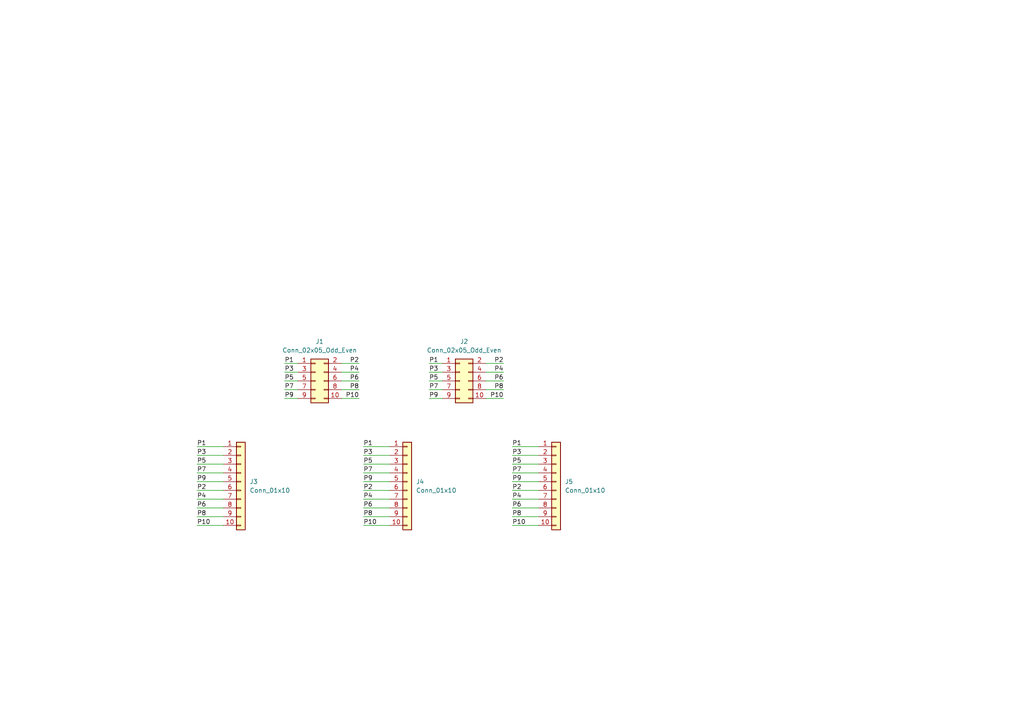
<source format=kicad_sch>
(kicad_sch (version 20231120) (generator "eeschema") (generator_version "8.0")
  (paper "A4")
  (lib_symbols
    (symbol "Connector_Generic:Conn_01x10" (pin_names (offset 1.016) hide)
      (property "Reference" "J" (at 0 12.7 0))
      (property "Value" "Conn_01x10" (at 0 -15.24 0))
      (symbol "Conn_01x10_1_1"
        (rectangle (start -1.27 -12.573) (end 0 -12.827) (stroke (width 0.1524)))
        (rectangle (start -1.27 -10.033) (end 0 -10.287) (stroke (width 0.1524)))
        (rectangle (start -1.27 -7.493) (end 0 -7.747) (stroke (width 0.1524)))
        (rectangle (start -1.27 -4.953) (end 0 -5.207) (stroke (width 0.1524)))
        (rectangle (start -1.27 -2.413) (end 0 -2.667) (stroke (width 0.1524)))
        (rectangle (start -1.27 0.127) (end 0 -0.127) (stroke (width 0.1524)))
        (rectangle (start -1.27 2.667) (end 0 2.413) (stroke (width 0.1524)))
        (rectangle (start -1.27 5.207) (end 0 4.953) (stroke (width 0.1524)))
        (rectangle (start -1.27 7.747) (end 0 7.493) (stroke (width 0.1524)))
        (rectangle (start -1.27 10.287) (end 0 10.033) (stroke (width 0.1524)))
        (rectangle (start -1.27 11.43) (end 1.27 -13.97) (stroke (width 0.254)) (fill (type background)))
        (pin passive line (at -5.08 10.16 0) (length 3.81) (name "Pin_1") (number "1"))
        (pin passive line (at -5.08 -12.7 0) (length 3.81) (name "Pin_10") (number "10"))
        (pin passive line (at -5.08 7.62 0) (length 3.81) (name "Pin_2") (number "2"))
        (pin passive line (at -5.08 5.08 0) (length 3.81) (name "Pin_3") (number "3"))
        (pin passive line (at -5.08 2.54 0) (length 3.81) (name "Pin_4") (number "4"))
        (pin passive line (at -5.08 0 0) (length 3.81) (name "Pin_5") (number "5"))
        (pin passive line (at -5.08 -2.54 0) (length 3.81) (name "Pin_6") (number "6"))
        (pin passive line (at -5.08 -5.08 0) (length 3.81) (name "Pin_7") (number "7"))
        (pin passive line (at -5.08 -7.62 0) (length 3.81) (name "Pin_8") (number "8"))
        (pin passive line (at -5.08 -10.16 0) (length 3.81) (name "Pin_9") (number "9"))
      )
    )
    (symbol "Connector_Generic:Conn_02x05_Odd_Even" (pin_names (offset 1.016) hide)
      (property "Reference" "J" (at 1.27 7.62 0))
      (property "Value" "Conn_02x05_Odd_Even" (at 1.27 -7.62 0))
      (symbol "Conn_02x05_Odd_Even_1_1"
        (rectangle (start -1.27 -4.953) (end 0 -5.207) (stroke (width 0.1524)))
        (rectangle (start -1.27 -2.413) (end 0 -2.667) (stroke (width 0.1524)))
        (rectangle (start -1.27 0.127) (end 0 -0.127) (stroke (width 0.1524)))
        (rectangle (start -1.27 2.667) (end 0 2.413) (stroke (width 0.1524)))
        (rectangle (start -1.27 5.207) (end 0 4.953) (stroke (width 0.1524)))
        (rectangle (start -1.27 6.35) (end 3.81 -6.35) (stroke (width 0.254)) (fill (type background)))
        (rectangle (start 3.81 -4.953) (end 2.54 -5.207) (stroke (width 0.1524)))
        (rectangle (start 3.81 -2.413) (end 2.54 -2.667) (stroke (width 0.1524)))
        (rectangle (start 3.81 0.127) (end 2.54 -0.127) (stroke (width 0.1524)))
        (rectangle (start 3.81 2.667) (end 2.54 2.413) (stroke (width 0.1524)))
        (rectangle (start 3.81 5.207) (end 2.54 4.953) (stroke (width 0.1524)))
        (pin passive line (at -5.08 5.08 0) (length 3.81) (name "Pin_1") (number "1"))
        (pin passive line (at 7.62 -5.08 180) (length 3.81) (name "Pin_10") (number "10"))
        (pin passive line (at 7.62 5.08 180) (length 3.81) (name "Pin_2") (number "2"))
        (pin passive line (at -5.08 2.54 0) (length 3.81) (name "Pin_3") (number "3"))
        (pin passive line (at 7.62 2.54 180) (length 3.81) (name "Pin_4") (number "4"))
        (pin passive line (at -5.08 0 0) (length 3.81) (name "Pin_5") (number "5"))
        (pin passive line (at 7.62 0 180) (length 3.81) (name "Pin_6") (number "6"))
        (pin passive line (at -5.08 -2.54 0) (length 3.81) (name "Pin_7") (number "7"))
        (pin passive line (at 7.62 -2.54 180) (length 3.81) (name "Pin_8") (number "8"))
        (pin passive line (at -5.08 -5.08 0) (length 3.81) (name "Pin_9") (number "9"))
      )
    )
  )
  (wire (pts (xy 99.06 105.41) (xy 104.14 105.41)))
  (wire (pts (xy 148.59 149.86) (xy 156.21 149.86)))
  (wire (pts (xy 124.46 115.57) (xy 128.27 115.57)))
  (wire (pts (xy 140.97 105.41) (xy 146.05 105.41)))
  (wire (pts (xy 148.59 129.54) (xy 156.21 129.54)))
  (wire (pts (xy 148.59 134.62) (xy 156.21 134.62)))
  (wire (pts (xy 57.15 132.08) (xy 64.77 132.08)))
  (wire (pts (xy 148.59 132.08) (xy 156.21 132.08)))
  (wire (pts (xy 99.06 110.49) (xy 104.14 110.49)))
  (wire (pts (xy 148.59 147.32) (xy 156.21 147.32)))
  (wire (pts (xy 148.59 152.4) (xy 156.21 152.4)))
  (wire (pts (xy 57.15 144.78) (xy 64.77 144.78)))
  (wire (pts (xy 124.46 105.41) (xy 128.27 105.41)))
  (wire (pts (xy 82.55 113.03) (xy 86.36 113.03)))
  (wire (pts (xy 140.97 110.49) (xy 146.05 110.49)))
  (wire (pts (xy 148.59 137.16) (xy 156.21 137.16)))
  (wire (pts (xy 57.15 134.62) (xy 64.77 134.62)))
  (wire (pts (xy 105.41 139.7) (xy 113.03 139.7)))
  (wire (pts (xy 140.97 107.95) (xy 146.05 107.95)))
  (wire (pts (xy 105.41 132.08) (xy 113.03 132.08)))
  (wire (pts (xy 99.06 107.95) (xy 104.14 107.95)))
  (wire (pts (xy 105.41 137.16) (xy 113.03 137.16)))
  (wire (pts (xy 124.46 107.95) (xy 128.27 107.95)))
  (wire (pts (xy 57.15 142.24) (xy 64.77 142.24)))
  (wire (pts (xy 57.15 129.54) (xy 64.77 129.54)))
  (wire (pts (xy 57.15 147.32) (xy 64.77 147.32)))
  (wire (pts (xy 148.59 144.78) (xy 156.21 144.78)))
  (wire (pts (xy 105.41 152.4) (xy 113.03 152.4)))
  (wire (pts (xy 82.55 107.95) (xy 86.36 107.95)))
  (wire (pts (xy 57.15 149.86) (xy 64.77 149.86)))
  (wire (pts (xy 148.59 142.24) (xy 156.21 142.24)))
  (wire (pts (xy 82.55 115.57) (xy 86.36 115.57)))
  (wire (pts (xy 82.55 110.49) (xy 86.36 110.49)))
  (wire (pts (xy 57.15 152.4) (xy 64.77 152.4)))
  (wire (pts (xy 57.15 137.16) (xy 64.77 137.16)))
  (wire (pts (xy 105.41 142.24) (xy 113.03 142.24)))
  (wire (pts (xy 105.41 147.32) (xy 113.03 147.32)))
  (wire (pts (xy 105.41 129.54) (xy 113.03 129.54)))
  (wire (pts (xy 82.55 105.41) (xy 86.36 105.41)))
  (wire (pts (xy 105.41 134.62) (xy 113.03 134.62)))
  (wire (pts (xy 105.41 144.78) (xy 113.03 144.78)))
  (wire (pts (xy 99.06 113.03) (xy 104.14 113.03)))
  (wire (pts (xy 105.41 149.86) (xy 113.03 149.86)))
  (wire (pts (xy 99.06 115.57) (xy 104.14 115.57)))
  (wire (pts (xy 140.97 113.03) (xy 146.05 113.03)))
  (wire (pts (xy 57.15 139.7) (xy 64.77 139.7)))
  (wire (pts (xy 148.59 139.7) (xy 156.21 139.7)))
  (wire (pts (xy 140.97 115.57) (xy 146.05 115.57)))
  (wire (pts (xy 124.46 113.03) (xy 128.27 113.03)))
  (wire (pts (xy 124.46 110.49) (xy 128.27 110.49)))
  (label "P3" (at 105.41 132.08 0))
  (label "P7" (at 82.55 113.03 0))
  (label "P9" (at 57.15 139.7 0))
  (label "P1" (at 105.41 129.54 0))
  (label "P10" (at 57.15 152.4 0))
  (label "P1" (at 124.46 105.41 0))
  (label "P2" (at 146.05 105.41 180))
  (label "P9" (at 148.59 139.7 0))
  (label "P2" (at 105.41 142.24 0))
  (label "P7" (at 105.41 137.16 0))
  (label "P3" (at 57.15 132.08 0))
  (label "P6" (at 105.41 147.32 0))
  (label "P5" (at 105.41 134.62 0))
  (label "P2" (at 148.59 142.24 0))
  (label "P3" (at 148.59 132.08 0))
  (label "P6" (at 57.15 147.32 0))
  (label "P8" (at 146.05 113.03 180))
  (label "P10" (at 146.05 115.57 180))
  (label "P5" (at 124.46 110.49 0))
  (label "P10" (at 148.59 152.4 0))
  (label "P2" (at 104.14 105.41 180))
  (label "P9" (at 124.46 115.57 0))
  (label "P7" (at 148.59 137.16 0))
  (label "P8" (at 105.41 149.86 0))
  (label "P10" (at 105.41 152.4 0))
  (label "P9" (at 105.41 139.7 0))
  (label "P6" (at 146.05 110.49 180))
  (label "P1" (at 82.55 105.41 0))
  (label "P1" (at 57.15 129.54 0))
  (label "P2" (at 57.15 142.24 0))
  (label "P3" (at 82.55 107.95 0))
  (label "P4" (at 146.05 107.95 180))
  (label "P8" (at 57.15 149.86 0))
  (label "P5" (at 148.59 134.62 0))
  (label "P7" (at 57.15 137.16 0))
  (label "P4" (at 104.14 107.95 180))
  (label "P5" (at 57.15 134.62 0))
  (label "P7" (at 124.46 113.03 0))
  (label "P8" (at 104.14 113.03 180))
  (label "P1" (at 148.59 129.54 0))
  (label "P5" (at 82.55 110.49 0))
  (label "P4" (at 148.59 144.78 0))
  (label "P4" (at 105.41 144.78 0))
  (label "P4" (at 57.15 144.78 0))
  (label "P10" (at 104.14 115.57 180))
  (label "P8" (at 148.59 149.86 0))
  (label "P6" (at 148.59 147.32 0))
  (label "P3" (at 124.46 107.95 0))
  (label "P6" (at 104.14 110.49 180))
  (label "P9" (at 82.55 115.57 0))
  (symbol (lib_id "Connector_Generic:Conn_01x10") (at 161.29 139.7 0) (unit 1)
    (property "Reference" "J5" (at 163.83 139.6999 0) (effects (justify left)))
    (property "Value" "Conn_01x10" (at 163.83 142.2399 0) (effects (justify left)))
    (property "Footprint" "Connector_PinSocket_2.54mm:PinSocket_1x10_P2.54mm_Vertical" (effects (hide yes)))
    (property "Description" "Generic connector, single row, 01x10, script generated (kicad-library-utils/schlib/autogen/connector/)" (effects (hide yes)))
  )
  (symbol (lib_id "Connector_Generic:Conn_02x05_Odd_Even") (at 133.35 110.49 0) (unit 1)
    (property "Reference" "J2" (at 134.62 99.06 0))
    (property "Value" "Conn_02x05_Odd_Even" (at 134.62 101.6 0))
    (property "Footprint" "Connector_IDC:IDC-Header_2x05_P2.54mm_Vertical" (effects (hide yes)))
    (property "Description" "Generic connector, double row, 02x05, odd/even pin numbering scheme (row 1 odd numbers, row 2 even numbers), script generated (kicad-library-utils/schlib/autogen/connector/)" (effects (hide yes)))
  )
  (symbol (lib_id "Connector_Generic:Conn_01x10") (at 118.11 139.7 0) (unit 1)
    (property "Reference" "J4" (at 120.65 139.6999 0) (effects (justify left)))
    (property "Value" "Conn_01x10" (at 120.65 142.2399 0) (effects (justify left)))
    (property "Footprint" "Connector_PinSocket_2.54mm:PinSocket_1x10_P2.54mm_Vertical" (effects (hide yes)))
    (property "Description" "Generic connector, single row, 01x10, script generated (kicad-library-utils/schlib/autogen/connector/)" (effects (hide yes)))
  )
  (symbol (lib_id "Connector_Generic:Conn_01x10") (at 69.85 139.7 0) (unit 1)
    (property "Reference" "J3" (at 72.39 139.6999 0) (effects (justify left)))
    (property "Value" "Conn_01x10" (at 72.39 142.2399 0) (effects (justify left)))
    (property "Footprint" "Connector_PinHeader_2.54mm:PinHeader_1x10_P2.54mm_Vertical" (effects (hide yes)))
    (property "Description" "Generic connector, single row, 01x10, script generated (kicad-library-utils/schlib/autogen/connector/)" (effects (hide yes)))
  )
  (symbol (lib_id "Connector_Generic:Conn_02x05_Odd_Even") (at 91.44 110.49 0) (unit 1)
    (property "Reference" "J1" (at 92.71 99.06 0))
    (property "Value" "Conn_02x05_Odd_Even" (at 92.71 101.6 0))
    (property "Footprint" "Connector_IDC:IDC-Header_2x05_P2.54mm_Vertical" (effects (hide yes)))
    (property "Description" "Generic connector, double row, 02x05, odd/even pin numbering scheme (row 1 odd numbers, row 2 even numbers), script generated (kicad-library-utils/schlib/autogen/connector/)" (effects (hide yes)))
  )
)
</source>
